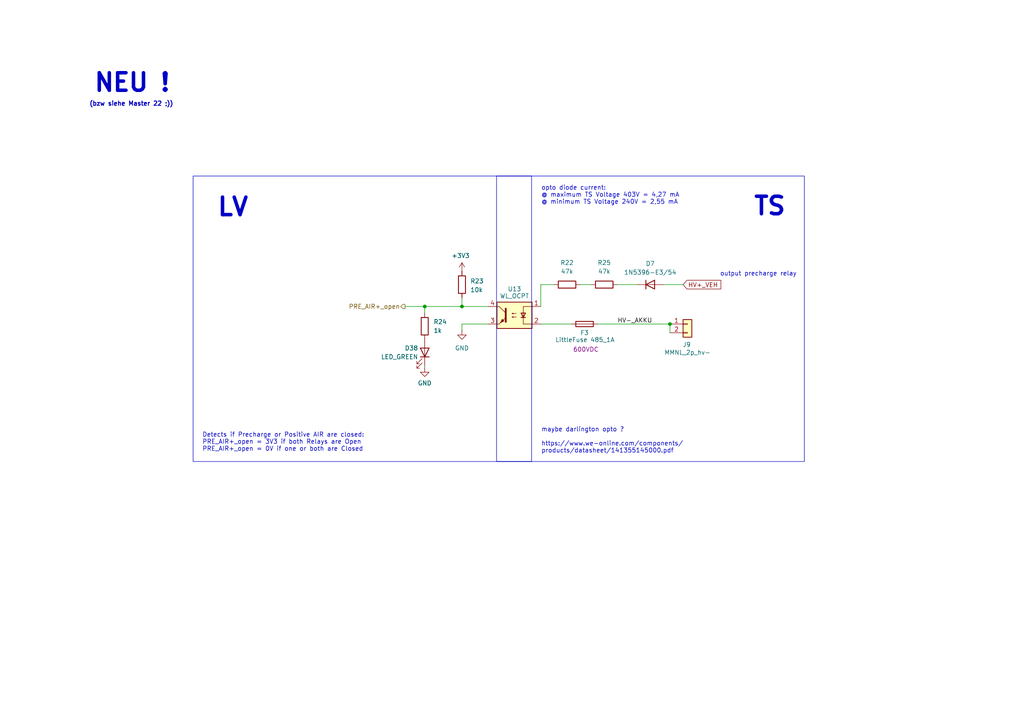
<source format=kicad_sch>
(kicad_sch
	(version 20231120)
	(generator "eeschema")
	(generator_version "8.0")
	(uuid "147e6aec-331a-4a67-bc56-2e8ecabcaa8b")
	(paper "A4")
	(lib_symbols
		(symbol "Connector_Generic:Conn_01x02"
			(pin_names
				(offset 1.016) hide)
			(exclude_from_sim no)
			(in_bom yes)
			(on_board yes)
			(property "Reference" "J"
				(at 0 2.54 0)
				(effects
					(font
						(size 1.27 1.27)
					)
				)
			)
			(property "Value" "Conn_01x02"
				(at 0 -5.08 0)
				(effects
					(font
						(size 1.27 1.27)
					)
				)
			)
			(property "Footprint" ""
				(at 0 0 0)
				(effects
					(font
						(size 1.27 1.27)
					)
					(hide yes)
				)
			)
			(property "Datasheet" "~"
				(at 0 0 0)
				(effects
					(font
						(size 1.27 1.27)
					)
					(hide yes)
				)
			)
			(property "Description" "Generic connector, single row, 01x02, script generated (kicad-library-utils/schlib/autogen/connector/)"
				(at 0 0 0)
				(effects
					(font
						(size 1.27 1.27)
					)
					(hide yes)
				)
			)
			(property "ki_keywords" "connector"
				(at 0 0 0)
				(effects
					(font
						(size 1.27 1.27)
					)
					(hide yes)
				)
			)
			(property "ki_fp_filters" "Connector*:*_1x??_*"
				(at 0 0 0)
				(effects
					(font
						(size 1.27 1.27)
					)
					(hide yes)
				)
			)
			(symbol "Conn_01x02_1_1"
				(rectangle
					(start -1.27 -2.413)
					(end 0 -2.667)
					(stroke
						(width 0.1524)
						(type default)
					)
					(fill
						(type none)
					)
				)
				(rectangle
					(start -1.27 0.127)
					(end 0 -0.127)
					(stroke
						(width 0.1524)
						(type default)
					)
					(fill
						(type none)
					)
				)
				(rectangle
					(start -1.27 1.27)
					(end 1.27 -3.81)
					(stroke
						(width 0.254)
						(type default)
					)
					(fill
						(type background)
					)
				)
				(pin passive line
					(at -5.08 0 0)
					(length 3.81)
					(name "Pin_1"
						(effects
							(font
								(size 1.27 1.27)
							)
						)
					)
					(number "1"
						(effects
							(font
								(size 1.27 1.27)
							)
						)
					)
				)
				(pin passive line
					(at -5.08 -2.54 0)
					(length 3.81)
					(name "Pin_2"
						(effects
							(font
								(size 1.27 1.27)
							)
						)
					)
					(number "2"
						(effects
							(font
								(size 1.27 1.27)
							)
						)
					)
				)
			)
		)
		(symbol "Device:D"
			(pin_numbers hide)
			(pin_names
				(offset 1.016) hide)
			(exclude_from_sim no)
			(in_bom yes)
			(on_board yes)
			(property "Reference" "D"
				(at 0 2.54 0)
				(effects
					(font
						(size 1.27 1.27)
					)
				)
			)
			(property "Value" "D"
				(at 0 -2.54 0)
				(effects
					(font
						(size 1.27 1.27)
					)
				)
			)
			(property "Footprint" ""
				(at 0 0 0)
				(effects
					(font
						(size 1.27 1.27)
					)
					(hide yes)
				)
			)
			(property "Datasheet" "~"
				(at 0 0 0)
				(effects
					(font
						(size 1.27 1.27)
					)
					(hide yes)
				)
			)
			(property "Description" "Diode"
				(at 0 0 0)
				(effects
					(font
						(size 1.27 1.27)
					)
					(hide yes)
				)
			)
			(property "ki_keywords" "diode"
				(at 0 0 0)
				(effects
					(font
						(size 1.27 1.27)
					)
					(hide yes)
				)
			)
			(property "ki_fp_filters" "TO-???* *_Diode_* *SingleDiode* D_*"
				(at 0 0 0)
				(effects
					(font
						(size 1.27 1.27)
					)
					(hide yes)
				)
			)
			(symbol "D_0_1"
				(polyline
					(pts
						(xy -1.27 1.27) (xy -1.27 -1.27)
					)
					(stroke
						(width 0.254)
						(type default)
					)
					(fill
						(type none)
					)
				)
				(polyline
					(pts
						(xy 1.27 0) (xy -1.27 0)
					)
					(stroke
						(width 0)
						(type default)
					)
					(fill
						(type none)
					)
				)
				(polyline
					(pts
						(xy 1.27 1.27) (xy 1.27 -1.27) (xy -1.27 0) (xy 1.27 1.27)
					)
					(stroke
						(width 0.254)
						(type default)
					)
					(fill
						(type none)
					)
				)
			)
			(symbol "D_1_1"
				(pin passive line
					(at -3.81 0 0)
					(length 2.54)
					(name "K"
						(effects
							(font
								(size 1.27 1.27)
							)
						)
					)
					(number "1"
						(effects
							(font
								(size 1.27 1.27)
							)
						)
					)
				)
				(pin passive line
					(at 3.81 0 180)
					(length 2.54)
					(name "A"
						(effects
							(font
								(size 1.27 1.27)
							)
						)
					)
					(number "2"
						(effects
							(font
								(size 1.27 1.27)
							)
						)
					)
				)
			)
		)
		(symbol "Device:LED"
			(pin_numbers hide)
			(pin_names
				(offset 1.016) hide)
			(exclude_from_sim no)
			(in_bom yes)
			(on_board yes)
			(property "Reference" "D"
				(at 0 2.54 0)
				(effects
					(font
						(size 1.27 1.27)
					)
				)
			)
			(property "Value" "LED"
				(at 0 -2.54 0)
				(effects
					(font
						(size 1.27 1.27)
					)
				)
			)
			(property "Footprint" ""
				(at 0 0 0)
				(effects
					(font
						(size 1.27 1.27)
					)
					(hide yes)
				)
			)
			(property "Datasheet" "~"
				(at 0 0 0)
				(effects
					(font
						(size 1.27 1.27)
					)
					(hide yes)
				)
			)
			(property "Description" "Light emitting diode"
				(at 0 0 0)
				(effects
					(font
						(size 1.27 1.27)
					)
					(hide yes)
				)
			)
			(property "ki_keywords" "LED diode"
				(at 0 0 0)
				(effects
					(font
						(size 1.27 1.27)
					)
					(hide yes)
				)
			)
			(property "ki_fp_filters" "LED* LED_SMD:* LED_THT:*"
				(at 0 0 0)
				(effects
					(font
						(size 1.27 1.27)
					)
					(hide yes)
				)
			)
			(symbol "LED_0_1"
				(polyline
					(pts
						(xy -1.27 -1.27) (xy -1.27 1.27)
					)
					(stroke
						(width 0.254)
						(type default)
					)
					(fill
						(type none)
					)
				)
				(polyline
					(pts
						(xy -1.27 0) (xy 1.27 0)
					)
					(stroke
						(width 0)
						(type default)
					)
					(fill
						(type none)
					)
				)
				(polyline
					(pts
						(xy 1.27 -1.27) (xy 1.27 1.27) (xy -1.27 0) (xy 1.27 -1.27)
					)
					(stroke
						(width 0.254)
						(type default)
					)
					(fill
						(type none)
					)
				)
				(polyline
					(pts
						(xy -3.048 -0.762) (xy -4.572 -2.286) (xy -3.81 -2.286) (xy -4.572 -2.286) (xy -4.572 -1.524)
					)
					(stroke
						(width 0)
						(type default)
					)
					(fill
						(type none)
					)
				)
				(polyline
					(pts
						(xy -1.778 -0.762) (xy -3.302 -2.286) (xy -2.54 -2.286) (xy -3.302 -2.286) (xy -3.302 -1.524)
					)
					(stroke
						(width 0)
						(type default)
					)
					(fill
						(type none)
					)
				)
			)
			(symbol "LED_1_1"
				(pin passive line
					(at -3.81 0 0)
					(length 2.54)
					(name "K"
						(effects
							(font
								(size 1.27 1.27)
							)
						)
					)
					(number "1"
						(effects
							(font
								(size 1.27 1.27)
							)
						)
					)
				)
				(pin passive line
					(at 3.81 0 180)
					(length 2.54)
					(name "A"
						(effects
							(font
								(size 1.27 1.27)
							)
						)
					)
					(number "2"
						(effects
							(font
								(size 1.27 1.27)
							)
						)
					)
				)
			)
		)
		(symbol "Device:R"
			(pin_numbers hide)
			(pin_names
				(offset 0)
			)
			(exclude_from_sim no)
			(in_bom yes)
			(on_board yes)
			(property "Reference" "R"
				(at 2.032 0 90)
				(effects
					(font
						(size 1.27 1.27)
					)
				)
			)
			(property "Value" "R"
				(at 0 0 90)
				(effects
					(font
						(size 1.27 1.27)
					)
				)
			)
			(property "Footprint" ""
				(at -1.778 0 90)
				(effects
					(font
						(size 1.27 1.27)
					)
					(hide yes)
				)
			)
			(property "Datasheet" "~"
				(at 0 0 0)
				(effects
					(font
						(size 1.27 1.27)
					)
					(hide yes)
				)
			)
			(property "Description" "Resistor"
				(at 0 0 0)
				(effects
					(font
						(size 1.27 1.27)
					)
					(hide yes)
				)
			)
			(property "ki_keywords" "R res resistor"
				(at 0 0 0)
				(effects
					(font
						(size 1.27 1.27)
					)
					(hide yes)
				)
			)
			(property "ki_fp_filters" "R_*"
				(at 0 0 0)
				(effects
					(font
						(size 1.27 1.27)
					)
					(hide yes)
				)
			)
			(symbol "R_0_1"
				(rectangle
					(start -1.016 -2.54)
					(end 1.016 2.54)
					(stroke
						(width 0.254)
						(type default)
					)
					(fill
						(type none)
					)
				)
			)
			(symbol "R_1_1"
				(pin passive line
					(at 0 3.81 270)
					(length 1.27)
					(name "~"
						(effects
							(font
								(size 1.27 1.27)
							)
						)
					)
					(number "1"
						(effects
							(font
								(size 1.27 1.27)
							)
						)
					)
				)
				(pin passive line
					(at 0 -3.81 90)
					(length 1.27)
					(name "~"
						(effects
							(font
								(size 1.27 1.27)
							)
						)
					)
					(number "2"
						(effects
							(font
								(size 1.27 1.27)
							)
						)
					)
				)
			)
		)
		(symbol "FaSTTUBe_Fuses:485_1A"
			(pin_numbers hide)
			(pin_names
				(offset 0)
			)
			(exclude_from_sim no)
			(in_bom yes)
			(on_board yes)
			(property "Reference" "F"
				(at 2.032 0 90)
				(effects
					(font
						(size 1.27 1.27)
					)
				)
			)
			(property "Value" "485_1A"
				(at -5.08 0 90)
				(effects
					(font
						(size 1.27 1.27)
					)
				)
			)
			(property "Footprint" "FaSTTUBe_Fuses:Littelfuse_485"
				(at 5.08 0 90)
				(effects
					(font
						(size 1.27 1.27)
					)
					(hide yes)
				)
			)
			(property "Datasheet" "~"
				(at 0 0 0)
				(effects
					(font
						(size 1.27 1.27)
					)
					(hide yes)
				)
			)
			(property "Description" "Littelfuse 485 Series 600Vdc, 1A"
				(at 0 0 0)
				(effects
					(font
						(size 1.27 1.27)
					)
					(hide yes)
				)
			)
			(property "Voltage" "600VDC"
				(at -2.54 0 90)
				(effects
					(font
						(size 1.27 1.27)
					)
				)
			)
			(property "ki_keywords" "fuse"
				(at 0 0 0)
				(effects
					(font
						(size 1.27 1.27)
					)
					(hide yes)
				)
			)
			(property "ki_fp_filters" "*Fuse*"
				(at 0 0 0)
				(effects
					(font
						(size 1.27 1.27)
					)
					(hide yes)
				)
			)
			(symbol "485_1A_0_1"
				(rectangle
					(start -0.762 -2.54)
					(end 0.762 2.54)
					(stroke
						(width 0.254)
						(type default)
					)
					(fill
						(type none)
					)
				)
				(polyline
					(pts
						(xy 0 2.54) (xy 0 -2.54)
					)
					(stroke
						(width 0)
						(type default)
					)
					(fill
						(type none)
					)
				)
			)
			(symbol "485_1A_1_1"
				(pin passive line
					(at 0 3.81 270)
					(length 1.27)
					(name "~"
						(effects
							(font
								(size 1.27 1.27)
							)
						)
					)
					(number "1"
						(effects
							(font
								(size 1.27 1.27)
							)
						)
					)
				)
				(pin passive line
					(at 0 -3.81 90)
					(length 1.27)
					(name "~"
						(effects
							(font
								(size 1.27 1.27)
							)
						)
					)
					(number "2"
						(effects
							(font
								(size 1.27 1.27)
							)
						)
					)
				)
			)
		)
		(symbol "Isolator:FODM217A"
			(exclude_from_sim no)
			(in_bom yes)
			(on_board yes)
			(property "Reference" "U4"
				(at 1.27 7.62 0)
				(effects
					(font
						(size 1.27 1.27)
					)
				)
			)
			(property "Value" "WL_OCDA"
				(at 1.27 5.588 0)
				(effects
					(font
						(size 1.27 1.27)
					)
				)
			)
			(property "Footprint" "Package_SO:SOP-4_4.4x2.6mm_P1.27mm"
				(at 0 -5.08 0)
				(effects
					(font
						(size 1.27 1.27)
						(italic yes)
					)
					(hide yes)
				)
			)
			(property "Datasheet" ""
				(at 0 0 0)
				(effects
					(font
						(size 1.27 1.27)
					)
					(justify left)
					(hide yes)
				)
			)
			(property "Description" "141352145000"
				(at 0 0 0)
				(effects
					(font
						(size 1.27 1.27)
					)
					(hide yes)
				)
			)
			(property "ki_keywords" "DC Phototransistor Optocoupler"
				(at 0 0 0)
				(effects
					(font
						(size 1.27 1.27)
					)
					(hide yes)
				)
			)
			(property "ki_fp_filters" "SOP*4.4x2.6mm*P1.27mm*"
				(at 0 0 0)
				(effects
					(font
						(size 1.27 1.27)
					)
					(hide yes)
				)
			)
			(symbol "FODM217A_0_1"
				(rectangle
					(start -5.08 3.81)
					(end 5.08 -3.81)
					(stroke
						(width 0.254)
						(type default)
					)
					(fill
						(type background)
					)
				)
				(polyline
					(pts
						(xy -3.175 -0.635) (xy -1.905 -0.635)
					)
					(stroke
						(width 0.254)
						(type default)
					)
					(fill
						(type none)
					)
				)
				(polyline
					(pts
						(xy 2.54 0.635) (xy 4.445 2.54)
					)
					(stroke
						(width 0)
						(type default)
					)
					(fill
						(type none)
					)
				)
				(polyline
					(pts
						(xy 4.445 -2.54) (xy 2.54 -0.635)
					)
					(stroke
						(width 0)
						(type default)
					)
					(fill
						(type outline)
					)
				)
				(polyline
					(pts
						(xy 4.445 -2.54) (xy 5.08 -2.54)
					)
					(stroke
						(width 0)
						(type default)
					)
					(fill
						(type none)
					)
				)
				(polyline
					(pts
						(xy 4.445 2.54) (xy 5.08 2.54)
					)
					(stroke
						(width 0)
						(type default)
					)
					(fill
						(type none)
					)
				)
				(polyline
					(pts
						(xy -5.08 2.54) (xy -2.54 2.54) (xy -2.54 -0.635)
					)
					(stroke
						(width 0)
						(type default)
					)
					(fill
						(type none)
					)
				)
				(polyline
					(pts
						(xy -2.54 -0.635) (xy -2.54 -2.54) (xy -5.08 -2.54)
					)
					(stroke
						(width 0)
						(type default)
					)
					(fill
						(type none)
					)
				)
				(polyline
					(pts
						(xy 2.54 1.905) (xy 2.54 -1.905) (xy 2.54 -1.905)
					)
					(stroke
						(width 0.508)
						(type default)
					)
					(fill
						(type none)
					)
				)
				(polyline
					(pts
						(xy -2.54 -0.635) (xy -3.175 0.635) (xy -1.905 0.635) (xy -2.54 -0.635)
					)
					(stroke
						(width 0.254)
						(type default)
					)
					(fill
						(type none)
					)
				)
				(polyline
					(pts
						(xy -0.508 -0.508) (xy 0.762 -0.508) (xy 0.381 -0.635) (xy 0.381 -0.381) (xy 0.762 -0.508)
					)
					(stroke
						(width 0)
						(type default)
					)
					(fill
						(type none)
					)
				)
				(polyline
					(pts
						(xy -0.508 0.508) (xy 0.762 0.508) (xy 0.381 0.381) (xy 0.381 0.635) (xy 0.762 0.508)
					)
					(stroke
						(width 0)
						(type default)
					)
					(fill
						(type none)
					)
				)
				(polyline
					(pts
						(xy 3.048 -1.651) (xy 3.556 -1.143) (xy 4.064 -2.159) (xy 3.048 -1.651) (xy 3.048 -1.651)
					)
					(stroke
						(width 0)
						(type default)
					)
					(fill
						(type outline)
					)
				)
			)
			(symbol "FODM217A_1_1"
				(pin passive line
					(at -7.62 2.54 0)
					(length 2.54)
					(name "~"
						(effects
							(font
								(size 1.27 1.27)
							)
						)
					)
					(number "1"
						(effects
							(font
								(size 1.27 1.27)
							)
						)
					)
				)
				(pin passive line
					(at -7.62 -2.54 0)
					(length 2.54)
					(name "~"
						(effects
							(font
								(size 1.27 1.27)
							)
						)
					)
					(number "2"
						(effects
							(font
								(size 1.27 1.27)
							)
						)
					)
				)
				(pin passive line
					(at 7.62 -2.54 180)
					(length 2.54)
					(name "~"
						(effects
							(font
								(size 1.27 1.27)
							)
						)
					)
					(number "3"
						(effects
							(font
								(size 1.27 1.27)
							)
						)
					)
				)
				(pin passive line
					(at 7.62 2.54 180)
					(length 2.54)
					(name "~"
						(effects
							(font
								(size 1.27 1.27)
							)
						)
					)
					(number "4"
						(effects
							(font
								(size 1.27 1.27)
							)
						)
					)
				)
			)
		)
		(symbol "power:+3V3"
			(power)
			(pin_numbers hide)
			(pin_names
				(offset 0) hide)
			(exclude_from_sim no)
			(in_bom yes)
			(on_board yes)
			(property "Reference" "#PWR"
				(at 0 -3.81 0)
				(effects
					(font
						(size 1.27 1.27)
					)
					(hide yes)
				)
			)
			(property "Value" "+3V3"
				(at 0 3.556 0)
				(effects
					(font
						(size 1.27 1.27)
					)
				)
			)
			(property "Footprint" ""
				(at 0 0 0)
				(effects
					(font
						(size 1.27 1.27)
					)
					(hide yes)
				)
			)
			(property "Datasheet" ""
				(at 0 0 0)
				(effects
					(font
						(size 1.27 1.27)
					)
					(hide yes)
				)
			)
			(property "Description" "Power symbol creates a global label with name \"+3V3\""
				(at 0 0 0)
				(effects
					(font
						(size 1.27 1.27)
					)
					(hide yes)
				)
			)
			(property "ki_keywords" "global power"
				(at 0 0 0)
				(effects
					(font
						(size 1.27 1.27)
					)
					(hide yes)
				)
			)
			(symbol "+3V3_0_1"
				(polyline
					(pts
						(xy -0.762 1.27) (xy 0 2.54)
					)
					(stroke
						(width 0)
						(type default)
					)
					(fill
						(type none)
					)
				)
				(polyline
					(pts
						(xy 0 0) (xy 0 2.54)
					)
					(stroke
						(width 0)
						(type default)
					)
					(fill
						(type none)
					)
				)
				(polyline
					(pts
						(xy 0 2.54) (xy 0.762 1.27)
					)
					(stroke
						(width 0)
						(type default)
					)
					(fill
						(type none)
					)
				)
			)
			(symbol "+3V3_1_1"
				(pin power_in line
					(at 0 0 90)
					(length 0)
					(name "~"
						(effects
							(font
								(size 1.27 1.27)
							)
						)
					)
					(number "1"
						(effects
							(font
								(size 1.27 1.27)
							)
						)
					)
				)
			)
		)
		(symbol "power:GND"
			(power)
			(pin_numbers hide)
			(pin_names
				(offset 0) hide)
			(exclude_from_sim no)
			(in_bom yes)
			(on_board yes)
			(property "Reference" "#PWR"
				(at 0 -6.35 0)
				(effects
					(font
						(size 1.27 1.27)
					)
					(hide yes)
				)
			)
			(property "Value" "GND"
				(at 0 -3.81 0)
				(effects
					(font
						(size 1.27 1.27)
					)
				)
			)
			(property "Footprint" ""
				(at 0 0 0)
				(effects
					(font
						(size 1.27 1.27)
					)
					(hide yes)
				)
			)
			(property "Datasheet" ""
				(at 0 0 0)
				(effects
					(font
						(size 1.27 1.27)
					)
					(hide yes)
				)
			)
			(property "Description" "Power symbol creates a global label with name \"GND\" , ground"
				(at 0 0 0)
				(effects
					(font
						(size 1.27 1.27)
					)
					(hide yes)
				)
			)
			(property "ki_keywords" "global power"
				(at 0 0 0)
				(effects
					(font
						(size 1.27 1.27)
					)
					(hide yes)
				)
			)
			(symbol "GND_0_1"
				(polyline
					(pts
						(xy 0 0) (xy 0 -1.27) (xy 1.27 -1.27) (xy 0 -2.54) (xy -1.27 -1.27) (xy 0 -1.27)
					)
					(stroke
						(width 0)
						(type default)
					)
					(fill
						(type none)
					)
				)
			)
			(symbol "GND_1_1"
				(pin power_in line
					(at 0 0 270)
					(length 0)
					(name "~"
						(effects
							(font
								(size 1.27 1.27)
							)
						)
					)
					(number "1"
						(effects
							(font
								(size 1.27 1.27)
							)
						)
					)
				)
			)
		)
	)
	(junction
		(at 123.19 88.9)
		(diameter 0)
		(color 0 0 0 0)
		(uuid "35e71489-103b-489c-bf28-4add031872bd")
	)
	(junction
		(at 194.31 93.98)
		(diameter 0)
		(color 0 0 0 0)
		(uuid "4317e541-6f8d-4f01-813e-5bb5a099a361")
	)
	(junction
		(at 133.985 88.9)
		(diameter 0)
		(color 0 0 0 0)
		(uuid "dc8f0e16-e756-4195-9ab7-b783d2d40ddd")
	)
	(wire
		(pts
			(xy 173.355 93.98) (xy 194.31 93.98)
		)
		(stroke
			(width 0)
			(type default)
		)
		(uuid "21c922c4-52b3-4aef-8b9c-24a5339fbc0e")
	)
	(wire
		(pts
			(xy 123.19 90.805) (xy 123.19 88.9)
		)
		(stroke
			(width 0)
			(type default)
		)
		(uuid "2b74c7f5-29e3-43c6-9b8e-a3c4028200ac")
	)
	(wire
		(pts
			(xy 179.07 82.55) (xy 184.785 82.55)
		)
		(stroke
			(width 0)
			(type default)
		)
		(uuid "2cf17f9d-09cd-4cf4-a107-3c1a1b2f52b8")
	)
	(wire
		(pts
			(xy 192.405 82.55) (xy 198.12 82.55)
		)
		(stroke
			(width 0)
			(type default)
		)
		(uuid "3c1b7ab8-dc73-43a9-b854-0d74a410f323")
	)
	(wire
		(pts
			(xy 123.19 88.9) (xy 133.985 88.9)
		)
		(stroke
			(width 0)
			(type default)
		)
		(uuid "50869dfd-a745-49af-b179-508b0fbf13b2")
	)
	(wire
		(pts
			(xy 194.31 93.98) (xy 194.31 96.52)
		)
		(stroke
			(width 0)
			(type default)
		)
		(uuid "6c5b4f5b-9046-41c3-8921-e56002edad84")
	)
	(wire
		(pts
			(xy 168.275 82.55) (xy 171.45 82.55)
		)
		(stroke
			(width 0)
			(type default)
		)
		(uuid "7912bf64-d739-4ff1-8d14-f38fd680be28")
	)
	(wire
		(pts
			(xy 117.475 88.9) (xy 123.19 88.9)
		)
		(stroke
			(width 0)
			(type default)
		)
		(uuid "7a893ff7-9d23-4a68-8c48-0f13785f7221")
	)
	(wire
		(pts
			(xy 156.845 93.98) (xy 165.735 93.98)
		)
		(stroke
			(width 0)
			(type default)
		)
		(uuid "7d9021ae-2354-449d-b4e8-b723040b4c85")
	)
	(wire
		(pts
			(xy 133.985 95.885) (xy 133.985 93.98)
		)
		(stroke
			(width 0)
			(type default)
		)
		(uuid "95d3d2ba-60e0-46c6-912a-d230173a9267")
	)
	(wire
		(pts
			(xy 156.845 82.55) (xy 160.655 82.55)
		)
		(stroke
			(width 0)
			(type default)
		)
		(uuid "9b5a8e3a-a60e-435e-980b-88c13ae80855")
	)
	(wire
		(pts
			(xy 133.985 86.36) (xy 133.985 88.9)
		)
		(stroke
			(width 0)
			(type default)
		)
		(uuid "a40bccd4-f801-441a-8a84-b67eb282c3aa")
	)
	(wire
		(pts
			(xy 123.19 106.68) (xy 123.19 106.045)
		)
		(stroke
			(width 0)
			(type default)
		)
		(uuid "b341459c-74b4-4deb-bc92-b9c22162f9ab")
	)
	(wire
		(pts
			(xy 156.845 82.55) (xy 156.845 88.9)
		)
		(stroke
			(width 0)
			(type default)
		)
		(uuid "e651083f-a660-4b21-bed2-5310f84d55dc")
	)
	(wire
		(pts
			(xy 133.985 88.9) (xy 141.605 88.9)
		)
		(stroke
			(width 0)
			(type default)
		)
		(uuid "e821dad4-9261-4aab-a9a6-fafa560a6adb")
	)
	(wire
		(pts
			(xy 133.985 93.98) (xy 141.605 93.98)
		)
		(stroke
			(width 0)
			(type default)
		)
		(uuid "ed82b0ef-233b-445e-ad4f-19bc23585345")
	)
	(rectangle
		(start 144.018 51.054)
		(end 154.178 133.858)
		(stroke
			(width 0)
			(type default)
		)
		(fill
			(type none)
		)
		(uuid bd18933d-e4fb-45ca-b0c6-70fbd94acf38)
	)
	(rectangle
		(start 56.007 51.054)
		(end 233.299 133.858)
		(stroke
			(width 0)
			(type default)
		)
		(fill
			(type none)
		)
		(uuid cfa3ce83-a4c7-4028-a13b-f95170c7c6d6)
	)
	(text "output precharge relay"
		(exclude_from_sim no)
		(at 219.964 79.502 0)
		(effects
			(font
				(size 1.27 1.27)
			)
		)
		(uuid "1da9d064-f97b-4474-95a0-163f901aa209")
	)
	(text "(bzw siehe Master 22 ;))"
		(exclude_from_sim no)
		(at 38.1 30.226 0)
		(effects
			(font
				(size 1.27 1.27)
				(bold yes)
			)
		)
		(uuid "23a9f6c2-faff-41cb-a88f-a0612b5fe23e")
	)
	(text "Detects if Precharge or Positive AIR are closed:\nPRE_AIR+_open = 3V3 if both Relays are Open\nPRE_AIR+_open = 0V if one or both are Closed "
		(exclude_from_sim no)
		(at 58.674 131.064 0)
		(effects
			(font
				(size 1.27 1.27)
			)
			(justify left bottom)
		)
		(uuid "27fc8c63-bf68-4bcc-8c4e-45e741bd7282")
	)
	(text "LV"
		(exclude_from_sim no)
		(at 67.564 60.198 0)
		(effects
			(font
				(size 5.08 5.08)
				(thickness 1.016)
				(bold yes)
			)
		)
		(uuid "287bd5b3-90bf-47e8-a99a-1d46e3229eee")
	)
	(text "NEU !"
		(exclude_from_sim no)
		(at 38.354 24.13 0)
		(effects
			(font
				(size 5.08 5.08)
				(thickness 1.016)
				(bold yes)
			)
		)
		(uuid "8e2a41b3-a14d-47ea-b3fe-ca974fcea2aa")
	)
	(text "maybe darlington opto ?\n\nhttps://www.we-online.com/components/\nproducts/datasheet/141355145000.pdf"
		(exclude_from_sim no)
		(at 156.972 127.762 0)
		(effects
			(font
				(size 1.27 1.27)
			)
			(justify left)
		)
		(uuid "a2ad6220-9136-480b-b288-06933ae69049")
	)
	(text "TS"
		(exclude_from_sim no)
		(at 223.266 59.944 0)
		(effects
			(font
				(size 5.08 5.08)
				(thickness 1.016)
				(bold yes)
			)
		)
		(uuid "b075c53d-92c9-456d-abf7-eed816b092d6")
	)
	(text "opto diode current:\n@ maximum TS Voltage 403V = 4,27 mA\n@ minimum TS Voltage 240V = 2,55 mA"
		(exclude_from_sim no)
		(at 156.972 56.642 0)
		(effects
			(font
				(size 1.27 1.27)
			)
			(justify left)
		)
		(uuid "d4b04a63-fe59-4b72-943d-35207f31044c")
	)
	(label "HV-_AKKU"
		(at 179.07 93.98 0)
		(fields_autoplaced yes)
		(effects
			(font
				(size 1.27 1.27)
			)
			(justify left bottom)
		)
		(uuid "95509a72-45dd-4cf0-ab2d-f7da0663a473")
	)
	(global_label "HV+_VEH"
		(shape input)
		(at 198.12 82.55 0)
		(fields_autoplaced yes)
		(effects
			(font
				(size 1.27 1.27)
			)
			(justify left)
		)
		(uuid "d02a03da-4633-4a77-a066-2272afd87b31")
		(property "Intersheetrefs" "${INTERSHEET_REFS}"
			(at 209.6324 82.55 0)
			(effects
				(font
					(size 1.27 1.27)
				)
				(justify left)
				(hide yes)
			)
		)
	)
	(hierarchical_label "PRE_AIR+_open"
		(shape output)
		(at 117.475 88.9 180)
		(fields_autoplaced yes)
		(effects
			(font
				(size 1.27 1.27)
			)
			(justify right)
		)
		(uuid "3f6aea03-b548-479e-aafe-ee682c3ed582")
	)
	(symbol
		(lib_id "Device:R")
		(at 123.19 94.615 0)
		(unit 1)
		(exclude_from_sim no)
		(in_bom yes)
		(on_board yes)
		(dnp no)
		(fields_autoplaced yes)
		(uuid "3104ba72-246c-42e8-8cd4-03b963e106b5")
		(property "Reference" "R24"
			(at 125.73 93.3449 0)
			(effects
				(font
					(size 1.27 1.27)
				)
				(justify left)
			)
		)
		(property "Value" "1k"
			(at 125.73 95.8849 0)
			(effects
				(font
					(size 1.27 1.27)
				)
				(justify left)
			)
		)
		(property "Footprint" "Resistor_SMD:R_0603_1608Metric"
			(at 121.412 94.615 90)
			(effects
				(font
					(size 1.27 1.27)
				)
				(hide yes)
			)
		)
		(property "Datasheet" "~"
			(at 123.19 94.615 0)
			(effects
				(font
					(size 1.27 1.27)
				)
				(hide yes)
			)
		)
		(property "Description" "Resistor"
			(at 123.19 94.615 0)
			(effects
				(font
					(size 1.27 1.27)
				)
				(hide yes)
			)
		)
		(property "Sim.Device" ""
			(at 123.19 94.615 0)
			(effects
				(font
					(size 1.27 1.27)
				)
				(hide yes)
			)
		)
		(property "Sim.Pins" ""
			(at 123.19 94.615 0)
			(effects
				(font
					(size 1.27 1.27)
				)
				(hide yes)
			)
		)
		(property "Sim.Type" ""
			(at 123.19 94.615 0)
			(effects
				(font
					(size 1.27 1.27)
				)
				(hide yes)
			)
		)
		(pin "2"
			(uuid "810e63bf-b9c5-4d77-83c1-44898b288015")
		)
		(pin "1"
			(uuid "ab1b6d8f-a14b-40db-96ed-62e024f68006")
		)
		(instances
			(project "Master_FT25"
				(path "/e63e39d7-6ac0-4ffd-8aa3-1841a4541b55/5ce1aa0c-f98f-4b94-80bd-f188cf4c57de/cbda76e2-9a35-4c57-88fc-51fcf41776aa"
					(reference "R24")
					(unit 1)
				)
			)
		)
	)
	(symbol
		(lib_id "power:+3V3")
		(at 133.985 78.74 0)
		(unit 1)
		(exclude_from_sim no)
		(in_bom yes)
		(on_board yes)
		(dnp no)
		(uuid "36250160-559d-463c-b874-6e474f00b333")
		(property "Reference" "#PWR029"
			(at 133.985 82.55 0)
			(effects
				(font
					(size 1.27 1.27)
				)
				(hide yes)
			)
		)
		(property "Value" "+3V3"
			(at 133.604 74.168 0)
			(effects
				(font
					(size 1.27 1.27)
				)
			)
		)
		(property "Footprint" ""
			(at 133.985 78.74 0)
			(effects
				(font
					(size 1.27 1.27)
				)
				(hide yes)
			)
		)
		(property "Datasheet" ""
			(at 133.985 78.74 0)
			(effects
				(font
					(size 1.27 1.27)
				)
				(hide yes)
			)
		)
		(property "Description" "Power symbol creates a global label with name \"+3V3\""
			(at 133.985 78.74 0)
			(effects
				(font
					(size 1.27 1.27)
				)
				(hide yes)
			)
		)
		(pin "1"
			(uuid "8c862918-1457-40b7-9a79-bf5759fd8dea")
		)
		(instances
			(project "Master_FT25"
				(path "/e63e39d7-6ac0-4ffd-8aa3-1841a4541b55/5ce1aa0c-f98f-4b94-80bd-f188cf4c57de/cbda76e2-9a35-4c57-88fc-51fcf41776aa"
					(reference "#PWR029")
					(unit 1)
				)
			)
		)
	)
	(symbol
		(lib_id "Device:R")
		(at 133.985 82.55 0)
		(unit 1)
		(exclude_from_sim no)
		(in_bom yes)
		(on_board yes)
		(dnp no)
		(uuid "38c1fba2-49db-4825-a944-b22a1f3a8158")
		(property "Reference" "R23"
			(at 136.398 81.534 0)
			(effects
				(font
					(size 1.27 1.27)
				)
				(justify left)
			)
		)
		(property "Value" "10k"
			(at 136.398 84.074 0)
			(effects
				(font
					(size 1.27 1.27)
				)
				(justify left)
			)
		)
		(property "Footprint" "Resistor_SMD:R_0603_1608Metric"
			(at 132.207 82.55 90)
			(effects
				(font
					(size 1.27 1.27)
				)
				(hide yes)
			)
		)
		(property "Datasheet" "~"
			(at 133.985 82.55 0)
			(effects
				(font
					(size 1.27 1.27)
				)
				(hide yes)
			)
		)
		(property "Description" "Resistor"
			(at 133.985 82.55 0)
			(effects
				(font
					(size 1.27 1.27)
				)
				(hide yes)
			)
		)
		(property "Sim.Device" ""
			(at 133.985 82.55 0)
			(effects
				(font
					(size 1.27 1.27)
				)
				(hide yes)
			)
		)
		(property "Sim.Pins" ""
			(at 133.985 82.55 0)
			(effects
				(font
					(size 1.27 1.27)
				)
				(hide yes)
			)
		)
		(property "Sim.Type" ""
			(at 133.985 82.55 0)
			(effects
				(font
					(size 1.27 1.27)
				)
				(hide yes)
			)
		)
		(pin "2"
			(uuid "dcf8a911-87d7-44bb-942a-4b86583260eb")
		)
		(pin "1"
			(uuid "92ac60ee-41af-411c-b7af-4ba09a52526b")
		)
		(instances
			(project "Master_FT25"
				(path "/e63e39d7-6ac0-4ffd-8aa3-1841a4541b55/5ce1aa0c-f98f-4b94-80bd-f188cf4c57de/cbda76e2-9a35-4c57-88fc-51fcf41776aa"
					(reference "R23")
					(unit 1)
				)
			)
		)
	)
	(symbol
		(lib_id "power:GND")
		(at 123.19 106.68 0)
		(unit 1)
		(exclude_from_sim no)
		(in_bom yes)
		(on_board yes)
		(dnp no)
		(fields_autoplaced yes)
		(uuid "4e2944a2-b41a-43cf-9771-35871664078a")
		(property "Reference" "#PWR012"
			(at 123.19 113.03 0)
			(effects
				(font
					(size 1.27 1.27)
				)
				(hide yes)
			)
		)
		(property "Value" "GND"
			(at 123.19 111.125 0)
			(effects
				(font
					(size 1.27 1.27)
				)
			)
		)
		(property "Footprint" ""
			(at 123.19 106.68 0)
			(effects
				(font
					(size 1.27 1.27)
				)
				(hide yes)
			)
		)
		(property "Datasheet" ""
			(at 123.19 106.68 0)
			(effects
				(font
					(size 1.27 1.27)
				)
				(hide yes)
			)
		)
		(property "Description" "Power symbol creates a global label with name \"GND\" , ground"
			(at 123.19 106.68 0)
			(effects
				(font
					(size 1.27 1.27)
				)
				(hide yes)
			)
		)
		(pin "1"
			(uuid "504c4605-77e9-44d4-a90a-5f36250a54cd")
		)
		(instances
			(project "Master_FT25"
				(path "/e63e39d7-6ac0-4ffd-8aa3-1841a4541b55/5ce1aa0c-f98f-4b94-80bd-f188cf4c57de/cbda76e2-9a35-4c57-88fc-51fcf41776aa"
					(reference "#PWR012")
					(unit 1)
				)
			)
		)
	)
	(symbol
		(lib_id "FaSTTUBe_Fuses:485_1A")
		(at 169.545 93.98 270)
		(mirror x)
		(unit 1)
		(exclude_from_sim no)
		(in_bom yes)
		(on_board yes)
		(dnp no)
		(uuid "54ef7a2c-bf2f-43d8-b8a2-2e93bc8b6fd2")
		(property "Reference" "F3"
			(at 169.545 96.52 90)
			(effects
				(font
					(size 1.27 1.27)
				)
			)
		)
		(property "Value" "LittleFuse 485_1A"
			(at 169.672 98.552 90)
			(effects
				(font
					(size 1.27 1.27)
				)
			)
		)
		(property "Footprint" "FaSTTUBe_Fuses:Littelfuse_485"
			(at 169.545 88.9 90)
			(effects
				(font
					(size 1.27 1.27)
				)
				(hide yes)
			)
		)
		(property "Datasheet" "~"
			(at 169.545 93.98 0)
			(effects
				(font
					(size 1.27 1.27)
				)
				(hide yes)
			)
		)
		(property "Description" ""
			(at 169.545 93.98 0)
			(effects
				(font
					(size 1.27 1.27)
				)
				(hide yes)
			)
		)
		(property "Voltage" "600VDC"
			(at 169.926 101.346 90)
			(effects
				(font
					(size 1.27 1.27)
				)
			)
		)
		(property "Sim.Device" ""
			(at 169.545 93.98 0)
			(effects
				(font
					(size 1.27 1.27)
				)
				(hide yes)
			)
		)
		(property "Sim.Pins" ""
			(at 169.545 93.98 0)
			(effects
				(font
					(size 1.27 1.27)
				)
				(hide yes)
			)
		)
		(property "Sim.Type" ""
			(at 169.545 93.98 0)
			(effects
				(font
					(size 1.27 1.27)
				)
				(hide yes)
			)
		)
		(pin "1"
			(uuid "bd4ffc8c-0d1c-402e-be92-623c7865d8a7")
		)
		(pin "2"
			(uuid "36e9931d-87d2-472d-9aa5-caa6f4e33320")
		)
		(instances
			(project "Master_FT25"
				(path "/e63e39d7-6ac0-4ffd-8aa3-1841a4541b55/5ce1aa0c-f98f-4b94-80bd-f188cf4c57de/cbda76e2-9a35-4c57-88fc-51fcf41776aa"
					(reference "F3")
					(unit 1)
				)
			)
		)
	)
	(symbol
		(lib_id "Isolator:FODM217A")
		(at 149.225 91.44 0)
		(mirror y)
		(unit 1)
		(exclude_from_sim no)
		(in_bom yes)
		(on_board yes)
		(dnp no)
		(uuid "5602afa6-f9ef-4f19-8f0f-ef4215cc8bf5")
		(property "Reference" "U13"
			(at 149.225 83.82 0)
			(effects
				(font
					(size 1.27 1.27)
				)
			)
		)
		(property "Value" "WL_OCPT"
			(at 149.225 85.852 0)
			(effects
				(font
					(size 1.27 1.27)
				)
			)
		)
		(property "Footprint" "Package_SO:SOP-4_3.8x4.1mm_P2.54mm"
			(at 149.225 96.52 0)
			(effects
				(font
					(size 1.27 1.27)
					(italic yes)
				)
				(hide yes)
			)
		)
		(property "Datasheet" "https://www.we-online.com/components/products/datasheet/140356145200.pdf"
			(at 149.225 91.44 0)
			(effects
				(font
					(size 1.27 1.27)
				)
				(justify left)
				(hide yes)
			)
		)
		(property "Description" "140356145200"
			(at 149.225 91.44 0)
			(effects
				(font
					(size 1.27 1.27)
				)
				(hide yes)
			)
		)
		(property "Sim.Device" ""
			(at 149.225 91.44 0)
			(effects
				(font
					(size 1.27 1.27)
				)
				(hide yes)
			)
		)
		(property "Sim.Pins" ""
			(at 149.225 91.44 0)
			(effects
				(font
					(size 1.27 1.27)
				)
				(hide yes)
			)
		)
		(property "Sim.Type" ""
			(at 149.225 91.44 0)
			(effects
				(font
					(size 1.27 1.27)
				)
				(hide yes)
			)
		)
		(pin "3"
			(uuid "b8e5b9bf-22b7-4846-9a9d-56094a3542a6")
		)
		(pin "4"
			(uuid "d176df6a-a725-4a16-a173-71fce1c2b6bf")
		)
		(pin "1"
			(uuid "0905117f-a6f7-4e94-91b8-0877ecbfd52e")
		)
		(pin "2"
			(uuid "23164f79-1774-4e3e-af7b-d796103f05d8")
		)
		(instances
			(project "Master_FT25"
				(path "/e63e39d7-6ac0-4ffd-8aa3-1841a4541b55/5ce1aa0c-f98f-4b94-80bd-f188cf4c57de/cbda76e2-9a35-4c57-88fc-51fcf41776aa"
					(reference "U13")
					(unit 1)
				)
			)
		)
	)
	(symbol
		(lib_id "Device:D")
		(at 188.595 82.55 0)
		(unit 1)
		(exclude_from_sim no)
		(in_bom yes)
		(on_board yes)
		(dnp no)
		(uuid "636dc9ec-a29e-4e90-bfd2-97720cc58ee3")
		(property "Reference" "D7"
			(at 188.595 76.454 0)
			(effects
				(font
					(size 1.27 1.27)
				)
			)
		)
		(property "Value" "1N5396-E3/54"
			(at 188.595 78.994 0)
			(effects
				(font
					(size 1.27 1.27)
				)
			)
		)
		(property "Footprint" "Diode_THT:D_DO-41_SOD81_P12.70mm_Horizontal"
			(at 188.595 82.55 0)
			(effects
				(font
					(size 1.27 1.27)
				)
				(hide yes)
			)
		)
		(property "Datasheet" "https://www.vishay.com/docs/88514/1n5391.pdf"
			(at 188.595 82.55 0)
			(effects
				(font
					(size 1.27 1.27)
				)
				(hide yes)
			)
		)
		(property "Description" "500 V"
			(at 188.595 82.55 0)
			(effects
				(font
					(size 1.27 1.27)
				)
				(hide yes)
			)
		)
		(property "Sim.Device" ""
			(at 188.595 82.55 0)
			(effects
				(font
					(size 1.27 1.27)
				)
				(hide yes)
			)
		)
		(property "Sim.Pins" ""
			(at 188.595 82.55 0)
			(effects
				(font
					(size 1.27 1.27)
				)
				(hide yes)
			)
		)
		(property "Sim.Type" ""
			(at 188.595 82.55 0)
			(effects
				(font
					(size 1.27 1.27)
				)
				(hide yes)
			)
		)
		(pin "1"
			(uuid "30e8bfff-b71d-46d3-b905-b64b1b5b4011")
		)
		(pin "2"
			(uuid "be9ec972-7872-4b3c-aa0e-70f92956a037")
		)
		(instances
			(project "Master_FT25"
				(path "/e63e39d7-6ac0-4ffd-8aa3-1841a4541b55/5ce1aa0c-f98f-4b94-80bd-f188cf4c57de/cbda76e2-9a35-4c57-88fc-51fcf41776aa"
					(reference "D7")
					(unit 1)
				)
			)
		)
	)
	(symbol
		(lib_id "Connector_Generic:Conn_01x02")
		(at 199.39 93.98 0)
		(unit 1)
		(exclude_from_sim no)
		(in_bom yes)
		(on_board yes)
		(dnp no)
		(uuid "9719f5f2-8a02-4ad3-a444-4255ef9d06f3")
		(property "Reference" "J9"
			(at 197.993 99.949 0)
			(effects
				(font
					(size 1.27 1.27)
				)
				(justify left)
			)
		)
		(property "Value" "MMNL_2p_hv-"
			(at 192.659 102.235 0)
			(effects
				(font
					(size 1.27 1.27)
				)
				(justify left)
			)
		)
		(property "Footprint" "FaSTTUBe_connectors:Micro_Mate-N-Lok_2p_vertical"
			(at 199.39 93.98 0)
			(effects
				(font
					(size 1.27 1.27)
				)
				(hide yes)
			)
		)
		(property "Datasheet" "~"
			(at 199.39 93.98 0)
			(effects
				(font
					(size 1.27 1.27)
				)
				(hide yes)
			)
		)
		(property "Description" "Generic connector, single row, 01x02, script generated (kicad-library-utils/schlib/autogen/connector/)"
			(at 199.39 93.98 0)
			(effects
				(font
					(size 1.27 1.27)
				)
				(hide yes)
			)
		)
		(property "Silkscreen" "HV-_Akku"
			(at 199.39 93.98 0)
			(effects
				(font
					(size 1.27 1.27)
				)
				(hide yes)
			)
		)
		(property "Sim.Device" ""
			(at 199.39 93.98 0)
			(effects
				(font
					(size 1.27 1.27)
				)
				(hide yes)
			)
		)
		(property "Sim.Pins" ""
			(at 199.39 93.98 0)
			(effects
				(font
					(size 1.27 1.27)
				)
				(hide yes)
			)
		)
		(property "Sim.Type" ""
			(at 199.39 93.98 0)
			(effects
				(font
					(size 1.27 1.27)
				)
				(hide yes)
			)
		)
		(pin "2"
			(uuid "5e3d013a-51e3-4ff2-b3fe-2bb0101be1b5")
		)
		(pin "1"
			(uuid "d1e5b3d7-b398-4b28-a4dd-2e5e1dc80369")
		)
		(instances
			(project "Master_FT25"
				(path "/e63e39d7-6ac0-4ffd-8aa3-1841a4541b55/5ce1aa0c-f98f-4b94-80bd-f188cf4c57de/cbda76e2-9a35-4c57-88fc-51fcf41776aa"
					(reference "J9")
					(unit 1)
				)
			)
		)
	)
	(symbol
		(lib_id "Device:LED")
		(at 123.19 102.235 270)
		(mirror x)
		(unit 1)
		(exclude_from_sim no)
		(in_bom yes)
		(on_board yes)
		(dnp no)
		(uuid "9ef335ab-5957-411a-8599-60057756f9fb")
		(property "Reference" "D38"
			(at 121.285 100.965 90)
			(effects
				(font
					(size 1.27 1.27)
				)
				(justify right)
			)
		)
		(property "Value" "LED_GREEN"
			(at 121.285 103.505 90)
			(effects
				(font
					(size 1.27 1.27)
				)
				(justify right)
			)
		)
		(property "Footprint" "LED_SMD:LED_0603_1608Metric"
			(at 123.19 102.235 0)
			(effects
				(font
					(size 1.27 1.27)
				)
				(hide yes)
			)
		)
		(property "Datasheet" "~"
			(at 123.19 102.235 0)
			(effects
				(font
					(size 1.27 1.27)
				)
				(hide yes)
			)
		)
		(property "Description" "AIR+ and PC closed"
			(at 123.19 102.235 0)
			(effects
				(font
					(size 1.27 1.27)
				)
				(hide yes)
			)
		)
		(property "Sim.Device" ""
			(at 123.19 102.235 0)
			(effects
				(font
					(size 1.27 1.27)
				)
				(hide yes)
			)
		)
		(property "Sim.Pins" ""
			(at 123.19 102.235 0)
			(effects
				(font
					(size 1.27 1.27)
				)
				(hide yes)
			)
		)
		(property "Sim.Type" ""
			(at 123.19 102.235 0)
			(effects
				(font
					(size 1.27 1.27)
				)
				(hide yes)
			)
		)
		(pin "1"
			(uuid "ef7519c0-50a6-4678-b2a6-d1e3e3199a59")
		)
		(pin "2"
			(uuid "100d8297-146a-489a-bf89-8f5f3f024b86")
		)
		(instances
			(project "Master_FT25"
				(path "/e63e39d7-6ac0-4ffd-8aa3-1841a4541b55/5ce1aa0c-f98f-4b94-80bd-f188cf4c57de/cbda76e2-9a35-4c57-88fc-51fcf41776aa"
					(reference "D38")
					(unit 1)
				)
			)
		)
	)
	(symbol
		(lib_id "power:GND")
		(at 133.985 95.885 0)
		(unit 1)
		(exclude_from_sim no)
		(in_bom yes)
		(on_board yes)
		(dnp no)
		(fields_autoplaced yes)
		(uuid "b7ef4b57-2a8b-497f-a7fa-e1903dd31328")
		(property "Reference" "#PWR015"
			(at 133.985 102.235 0)
			(effects
				(font
					(size 1.27 1.27)
				)
				(hide yes)
			)
		)
		(property "Value" "GND"
			(at 133.985 100.965 0)
			(effects
				(font
					(size 1.27 1.27)
				)
			)
		)
		(property "Footprint" ""
			(at 133.985 95.885 0)
			(effects
				(font
					(size 1.27 1.27)
				)
				(hide yes)
			)
		)
		(property "Datasheet" ""
			(at 133.985 95.885 0)
			(effects
				(font
					(size 1.27 1.27)
				)
				(hide yes)
			)
		)
		(property "Description" "Power symbol creates a global label with name \"GND\" , ground"
			(at 133.985 95.885 0)
			(effects
				(font
					(size 1.27 1.27)
				)
				(hide yes)
			)
		)
		(pin "1"
			(uuid "a7a049c7-492d-4aba-b3e2-e25f1d0a351d")
		)
		(instances
			(project "Master_FT25"
				(path "/e63e39d7-6ac0-4ffd-8aa3-1841a4541b55/5ce1aa0c-f98f-4b94-80bd-f188cf4c57de/cbda76e2-9a35-4c57-88fc-51fcf41776aa"
					(reference "#PWR015")
					(unit 1)
				)
			)
		)
	)
	(symbol
		(lib_id "Device:R")
		(at 164.465 82.55 270)
		(unit 1)
		(exclude_from_sim no)
		(in_bom yes)
		(on_board yes)
		(dnp no)
		(fields_autoplaced yes)
		(uuid "f2fa3891-5f4c-4e03-a00f-71ae3be0b749")
		(property "Reference" "R22"
			(at 164.465 76.2 90)
			(effects
				(font
					(size 1.27 1.27)
				)
			)
		)
		(property "Value" "47k"
			(at 164.465 78.74 90)
			(effects
				(font
					(size 1.27 1.27)
				)
			)
		)
		(property "Footprint" "Resistor_SMD:R_2010_5025Metric"
			(at 164.465 80.772 90)
			(effects
				(font
					(size 1.27 1.27)
				)
				(hide yes)
			)
		)
		(property "Datasheet" "https://www.mouser.de/ProductDetail/TE-Connectivity-Holsworthy/CRGP2010F47K?qs=wUXugUrL1qx%252BxxKxOzC7tQ%3D%3D"
			(at 164.465 82.55 0)
			(effects
				(font
					(size 1.27 1.27)
				)
				(hide yes)
			)
		)
		(property "Description" "Resistor 400V, 1.25 W"
			(at 164.465 82.55 0)
			(effects
				(font
					(size 1.27 1.27)
				)
				(hide yes)
			)
		)
		(property "Sim.Device" ""
			(at 164.465 82.55 0)
			(effects
				(font
					(size 1.27 1.27)
				)
				(hide yes)
			)
		)
		(property "Sim.Pins" ""
			(at 164.465 82.55 0)
			(effects
				(font
					(size 1.27 1.27)
				)
				(hide yes)
			)
		)
		(property "Sim.Type" ""
			(at 164.465 82.55 0)
			(effects
				(font
					(size 1.27 1.27)
				)
				(hide yes)
			)
		)
		(pin "1"
			(uuid "6a0b96c2-14b1-4363-b3f0-636d3da81b3c")
		)
		(pin "2"
			(uuid "9da2d1b0-c768-465a-ac69-be5ad7373837")
		)
		(instances
			(project "Master_FT25"
				(path "/e63e39d7-6ac0-4ffd-8aa3-1841a4541b55/5ce1aa0c-f98f-4b94-80bd-f188cf4c57de/cbda76e2-9a35-4c57-88fc-51fcf41776aa"
					(reference "R22")
					(unit 1)
				)
			)
		)
	)
	(symbol
		(lib_id "Device:R")
		(at 175.26 82.55 270)
		(unit 1)
		(exclude_from_sim no)
		(in_bom yes)
		(on_board yes)
		(dnp no)
		(fields_autoplaced yes)
		(uuid "ff068258-5e8e-45b8-827e-07844c8e9d29")
		(property "Reference" "R25"
			(at 175.26 76.2 90)
			(effects
				(font
					(size 1.27 1.27)
				)
			)
		)
		(property "Value" "47k"
			(at 175.26 78.74 90)
			(effects
				(font
					(size 1.27 1.27)
				)
			)
		)
		(property "Footprint" "Resistor_SMD:R_2010_5025Metric"
			(at 175.26 80.772 90)
			(effects
				(font
					(size 1.27 1.27)
				)
				(hide yes)
			)
		)
		(property "Datasheet" "https://www.mouser.de/ProductDetail/TE-Connectivity-Holsworthy/CRGP2010F47K?qs=wUXugUrL1qx%252BxxKxOzC7tQ%3D%3D"
			(at 175.26 82.55 0)
			(effects
				(font
					(size 1.27 1.27)
				)
				(hide yes)
			)
		)
		(property "Description" "Resistor 400V, 1.25 W"
			(at 175.26 82.55 0)
			(effects
				(font
					(size 1.27 1.27)
				)
				(hide yes)
			)
		)
		(property "Sim.Device" ""
			(at 175.26 82.55 0)
			(effects
				(font
					(size 1.27 1.27)
				)
				(hide yes)
			)
		)
		(property "Sim.Pins" ""
			(at 175.26 82.55 0)
			(effects
				(font
					(size 1.27 1.27)
				)
				(hide yes)
			)
		)
		(property "Sim.Type" ""
			(at 175.26 82.55 0)
			(effects
				(font
					(size 1.27 1.27)
				)
				(hide yes)
			)
		)
		(pin "1"
			(uuid "fd4e3a63-a173-4f90-be5c-b652cb18f0be")
		)
		(pin "2"
			(uuid "94a21468-4108-4c8c-9c31-d84a84668858")
		)
		(instances
			(project "Master_FT25"
				(path "/e63e39d7-6ac0-4ffd-8aa3-1841a4541b55/5ce1aa0c-f98f-4b94-80bd-f188cf4c57de/cbda76e2-9a35-4c57-88fc-51fcf41776aa"
					(reference "R25")
					(unit 1)
				)
			)
		)
	)
)

</source>
